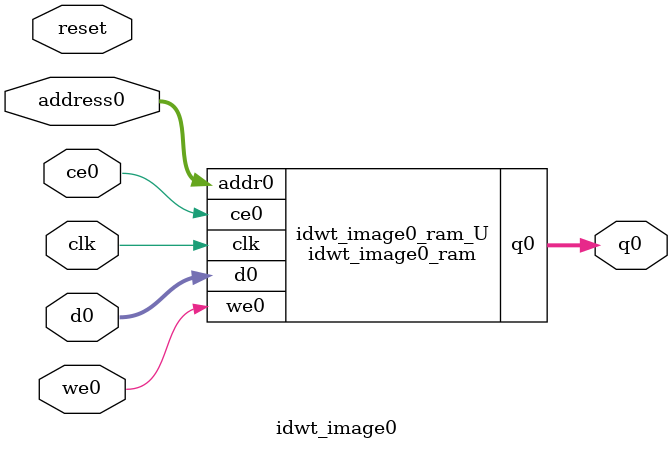
<source format=v>

`timescale 1 ns / 1 ps
module idwt_image0_ram (addr0, ce0, d0, we0, q0,  clk);

parameter DWIDTH = 32;
parameter AWIDTH = 16;
parameter MEM_SIZE = 65536;

input[AWIDTH-1:0] addr0;
input ce0;
input[DWIDTH-1:0] d0;
input we0;
output reg[DWIDTH-1:0] q0;
input clk;

(* ram_style = "block" *)reg [DWIDTH-1:0] ram[0:MEM_SIZE-1];




always @(posedge clk)  
begin 
    if (ce0) 
    begin
        if (we0) 
        begin 
            ram[addr0] <= d0; 
            q0 <= d0;
        end 
        else 
            q0 <= ram[addr0];
    end
end


endmodule


`timescale 1 ns / 1 ps
module idwt_image0(
    reset,
    clk,
    address0,
    ce0,
    we0,
    d0,
    q0);

parameter DataWidth = 32'd32;
parameter AddressRange = 32'd65536;
parameter AddressWidth = 32'd16;
input reset;
input clk;
input[AddressWidth - 1:0] address0;
input ce0;
input we0;
input[DataWidth - 1:0] d0;
output[DataWidth - 1:0] q0;



idwt_image0_ram idwt_image0_ram_U(
    .clk( clk ),
    .addr0( address0 ),
    .ce0( ce0 ),
    .d0( d0 ),
    .we0( we0 ),
    .q0( q0 ));

endmodule


</source>
